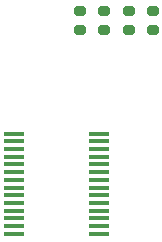
<source format=gbr>
%TF.GenerationSoftware,KiCad,Pcbnew,(6.99.0-1031-g46d719ed42)*%
%TF.CreationDate,2022-10-20T15:30:39+01:00*%
%TF.ProjectId,EnAcess PCB,456e4163-6573-4732-9050-43422e6b6963,rev?*%
%TF.SameCoordinates,Original*%
%TF.FileFunction,Paste,Top*%
%TF.FilePolarity,Positive*%
%FSLAX46Y46*%
G04 Gerber Fmt 4.6, Leading zero omitted, Abs format (unit mm)*
G04 Created by KiCad (PCBNEW (6.99.0-1031-g46d719ed42)) date 2022-10-20 15:30:39*
%MOMM*%
%LPD*%
G01*
G04 APERTURE LIST*
G04 Aperture macros list*
%AMRoundRect*
0 Rectangle with rounded corners*
0 $1 Rounding radius*
0 $2 $3 $4 $5 $6 $7 $8 $9 X,Y pos of 4 corners*
0 Add a 4 corners polygon primitive as box body*
4,1,4,$2,$3,$4,$5,$6,$7,$8,$9,$2,$3,0*
0 Add four circle primitives for the rounded corners*
1,1,$1+$1,$2,$3*
1,1,$1+$1,$4,$5*
1,1,$1+$1,$6,$7*
1,1,$1+$1,$8,$9*
0 Add four rect primitives between the rounded corners*
20,1,$1+$1,$2,$3,$4,$5,0*
20,1,$1+$1,$4,$5,$6,$7,0*
20,1,$1+$1,$6,$7,$8,$9,0*
20,1,$1+$1,$8,$9,$2,$3,0*%
G04 Aperture macros list end*
%ADD10RoundRect,0.200000X0.275000X-0.200000X0.275000X0.200000X-0.275000X0.200000X-0.275000X-0.200000X0*%
%ADD11R,1.750000X0.450000*%
G04 APERTURE END LIST*
D10*
%TO.C,R50*%
X130302000Y-20129000D03*
X130302000Y-18479000D03*
%TD*%
%TO.C,R51*%
X136461000Y-20129000D03*
X136461000Y-18479000D03*
%TD*%
D11*
%TO.C,U8*%
X124695399Y-28896599D03*
X124695399Y-29546599D03*
X124695399Y-30196599D03*
X124695399Y-30846599D03*
X124695399Y-31496599D03*
X124695399Y-32146599D03*
X124695399Y-32796599D03*
X124695399Y-33446599D03*
X124695399Y-34096599D03*
X124695399Y-34746599D03*
X124695399Y-35396599D03*
X124695399Y-36046599D03*
X124695399Y-36696599D03*
X124695399Y-37346599D03*
X131895399Y-37346599D03*
X131895399Y-36696599D03*
X131895399Y-36046599D03*
X131895399Y-35396599D03*
X131895399Y-34746599D03*
X131895399Y-34096599D03*
X131895399Y-33446599D03*
X131895399Y-32796599D03*
X131895399Y-32146599D03*
X131895399Y-31496599D03*
X131895399Y-30846599D03*
X131895399Y-30196599D03*
X131895399Y-29546599D03*
X131895399Y-28896599D03*
%TD*%
D10*
%TO.C,R48*%
X134429000Y-20129000D03*
X134429000Y-18479000D03*
%TD*%
%TO.C,R49*%
X132334000Y-20129000D03*
X132334000Y-18479000D03*
%TD*%
M02*

</source>
